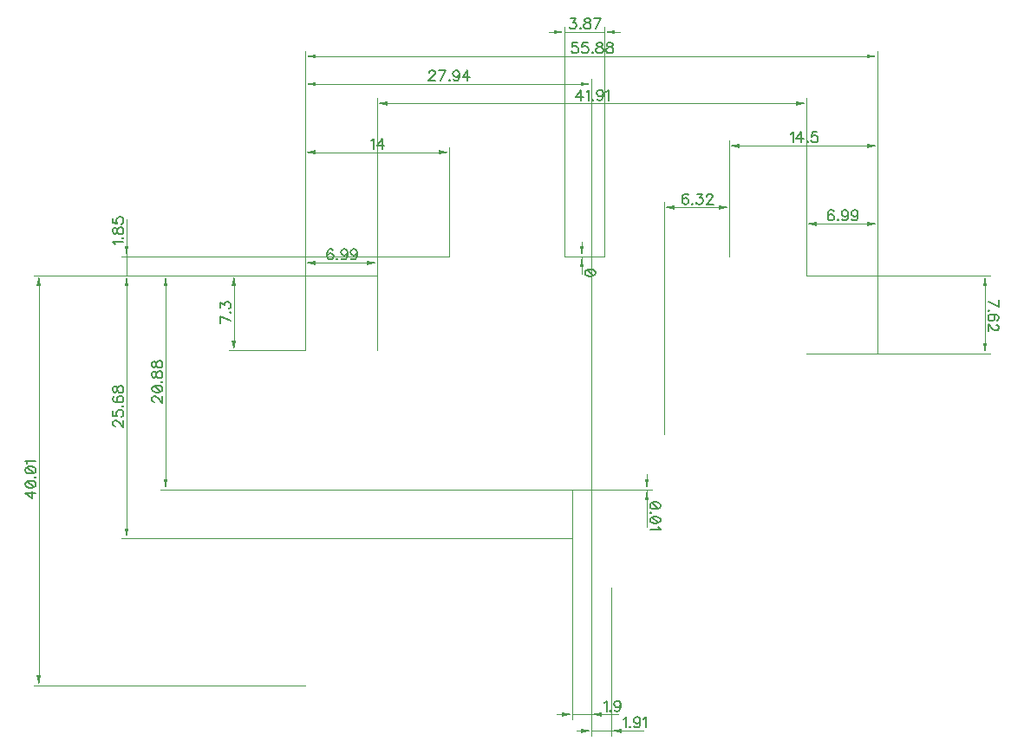
<source format=gbr>
G04 DipTrace 2.4.0.2*
%INTopDimension.gbr*%
%MOIN*%
%ADD13C,0.0014*%
%ADD98C,0.0062*%
%FSLAX44Y44*%
G04*
G70*
G90*
G75*
G01*
%LNTopDimension*%
%LPD*%
X6687Y19687D2*
D13*
X-3135D1*
X9448Y20416D2*
X-3135D1*
X-2938D2*
Y19687D1*
Y21006D2*
Y20809D1*
G36*
Y20416D2*
X-3017Y20809D1*
X-2859D1*
X-2938Y20416D1*
G37*
Y19096D2*
D13*
Y19293D1*
G36*
Y19687D2*
X-2859Y19293D1*
X-3017D1*
X-2938Y19687D1*
G37*
Y21850D2*
D13*
Y20416D1*
X13901D2*
X14759D1*
X15426Y20418D2*
X14365D1*
X14562D2*
Y20416D1*
Y21008D2*
Y20811D1*
G36*
Y20418D2*
X14483Y20811D1*
X14641D1*
X14562Y20418D1*
G37*
Y19825D2*
D13*
Y20022D1*
G36*
Y20416D2*
X14641Y20022D1*
X14483D1*
X14562Y20416D1*
G37*
Y19754D2*
D13*
Y20418D1*
X3937Y16812D2*
Y24634D1*
X9448Y20416D2*
Y24634D1*
X6692Y24437D2*
X4331D1*
G36*
X3937D2*
X4331Y24516D1*
Y24358D1*
X3937Y24437D1*
G37*
X6692D2*
D13*
X9054D1*
G36*
X9448D2*
X9054Y24358D1*
Y24516D1*
X9448Y24437D1*
G37*
X20230Y20418D2*
D13*
Y24884D1*
X25937Y16687D2*
Y24884D1*
X23083Y24687D2*
X20623D1*
G36*
X20230D2*
X20623Y24766D1*
Y24608D1*
X20230Y24687D1*
G37*
X23083D2*
D13*
X25543D1*
G36*
X25937D2*
X25543Y24608D1*
Y24766D1*
X25937Y24687D1*
G37*
X3937Y16812D2*
D13*
Y28324D1*
X25937Y16687D2*
Y28324D1*
X14937Y28127D2*
X4331D1*
G36*
X3937D2*
X4331Y28206D1*
Y28049D1*
X3937Y28127D1*
G37*
X14937D2*
D13*
X25543D1*
G36*
X25937D2*
X25543Y28049D1*
Y28206D1*
X25937Y28127D1*
G37*
X3937Y16812D2*
D13*
Y20384D1*
X6687Y16812D2*
Y20384D1*
X5312Y20187D2*
X4331D1*
G36*
X3937D2*
X4331Y20266D1*
Y20108D1*
X3937Y20187D1*
G37*
X5312D2*
D13*
X6293D1*
G36*
X6687D2*
X6293Y20108D1*
Y20266D1*
X6687Y20187D1*
G37*
Y19687D2*
D13*
X990D1*
X3937Y16812D2*
X990D1*
X1187Y18250D2*
Y19293D1*
G36*
Y19687D2*
X1266Y19293D1*
X1108D1*
X1187Y19687D1*
G37*
Y18250D2*
D13*
Y17206D1*
G36*
Y16812D2*
X1108Y17206D1*
X1266D1*
X1187Y16812D1*
G37*
X23187Y19687D2*
D13*
X30259D1*
X23187Y16687D2*
X30259D1*
X30062Y18187D2*
Y19293D1*
G36*
Y19687D2*
X30141Y19293D1*
X29983D1*
X30062Y19687D1*
G37*
Y18187D2*
D13*
Y17081D1*
G36*
Y16687D2*
X29983Y17081D1*
X30141D1*
X30062Y16687D1*
G37*
X23187Y19687D2*
D13*
Y21884D1*
X25937Y16687D2*
Y21884D1*
X24562Y21687D2*
X23581D1*
G36*
X23187D2*
X23581Y21766D1*
Y21608D1*
X23187Y21687D1*
G37*
X24562D2*
D13*
X25543D1*
G36*
X25937D2*
X25543Y21608D1*
Y21766D1*
X25937Y21687D1*
G37*
X6687Y19687D2*
D13*
X-6510D1*
X3937Y3937D2*
X-6510D1*
X-6313Y11812D2*
Y19293D1*
G36*
Y19687D2*
X-6234Y19293D1*
X-6392D1*
X-6313Y19687D1*
G37*
Y11812D2*
D13*
Y4331D1*
G36*
Y3937D2*
X-6392Y4331D1*
X-6234D1*
X-6313Y3937D1*
G37*
X3937Y16812D2*
D13*
Y27259D1*
X14937Y3937D2*
Y27259D1*
X9437Y27062D2*
X4331D1*
G36*
X3937D2*
X4331Y27141D1*
Y26983D1*
X3937Y27062D1*
G37*
X9437D2*
D13*
X14543D1*
G36*
X14937D2*
X14543Y26983D1*
Y27141D1*
X14937Y27062D1*
G37*
X14187Y11467D2*
D13*
Y2615D1*
X14937Y3937D2*
Y2615D1*
X14187Y2812D2*
X14937D1*
X13596D2*
X13793D1*
G36*
X14187D2*
X13793Y2733D1*
Y2891D1*
X14187Y2812D1*
G37*
X15528D2*
D13*
X15331D1*
G36*
X14937D2*
X15331Y2891D1*
Y2733D1*
X14937Y2812D1*
G37*
X15961D2*
D13*
X14937D1*
X15687Y7689D2*
Y1990D1*
X14937Y2812D2*
Y1990D1*
Y2187D2*
X15687D1*
X14346D2*
X14543D1*
G36*
X14937D2*
X14543Y2108D1*
Y2266D1*
X14937Y2187D1*
G37*
X16278D2*
D13*
X16081D1*
G36*
X15687D2*
X16081Y2266D1*
Y2108D1*
X15687Y2187D1*
G37*
X16931D2*
D13*
X15687D1*
X14187Y11467D2*
X17259D1*
X15687Y11469D2*
X17259D1*
X17062D2*
Y11467D1*
Y12059D2*
Y11862D1*
G36*
Y11469D2*
X16983Y11862D1*
X17141D1*
X17062Y11469D1*
G37*
Y10876D2*
D13*
Y11073D1*
G36*
Y11467D2*
X17141Y11073D1*
X16983D1*
X17062Y11467D1*
G37*
Y10032D2*
D13*
Y11469D1*
X6687Y19687D2*
X-1635D1*
X14187Y11467D2*
X-1635D1*
X-1438Y15577D2*
Y19293D1*
G36*
Y19687D2*
X-1359Y19293D1*
X-1517D1*
X-1438Y19687D1*
G37*
Y15577D2*
D13*
Y11860D1*
G36*
Y11467D2*
X-1517Y11860D1*
X-1359D1*
X-1438Y11467D1*
G37*
X6687Y19687D2*
D13*
X-3135D1*
X14187Y9577D2*
X-3135D1*
X-2938Y14632D2*
Y19293D1*
G36*
Y19687D2*
X-2859Y19293D1*
X-3017D1*
X-2938Y19687D1*
G37*
Y14632D2*
D13*
Y9970D1*
G36*
Y9577D2*
X-3017Y9970D1*
X-2859D1*
X-2938Y9577D1*
G37*
X13901Y20416D2*
D13*
Y29259D1*
X15426Y20418D2*
Y29259D1*
X13901Y29062D2*
X15426D1*
X13310D2*
X13507D1*
G36*
X13901D2*
X13507Y28983D1*
Y29141D1*
X13901Y29062D1*
G37*
X16016D2*
D13*
X15820D1*
G36*
X15426D2*
X15820Y29141D1*
Y28983D1*
X15426Y29062D1*
G37*
X17743Y13587D2*
D13*
Y22509D1*
X20230Y20418D2*
Y22509D1*
X18986Y22312D2*
X18137D1*
G36*
X17743D2*
X18137Y22391D1*
Y22233D1*
X17743Y22312D1*
G37*
X18986D2*
D13*
X19836D1*
G36*
X20230D2*
X19836Y22233D1*
Y22391D1*
X20230Y22312D1*
G37*
X23187Y19687D2*
D13*
Y26509D1*
X6687Y19687D2*
Y26509D1*
X14937Y26312D2*
X22793D1*
G36*
X23187D2*
X22793Y26233D1*
Y26391D1*
X23187Y26312D1*
G37*
X14937D2*
D13*
X7081D1*
G36*
X6687D2*
X7081Y26391D1*
Y26233D1*
X6687Y26312D1*
G37*
X-3385Y20902D2*
D98*
X-3405Y20941D1*
X-3462Y20998D1*
X-3060D1*
X-3099Y21141D2*
X-3079Y21122D1*
X-3060Y21141D1*
X-3079Y21160D1*
X-3099Y21141D1*
X-3462Y21379D2*
X-3443Y21322D1*
X-3405Y21303D1*
X-3366D1*
X-3328Y21322D1*
X-3309Y21360D1*
X-3290Y21437D1*
X-3271Y21494D1*
X-3232Y21532D1*
X-3194Y21551D1*
X-3137D1*
X-3099Y21532D1*
X-3079Y21513D1*
X-3060Y21456D1*
Y21379D1*
X-3079Y21322D1*
X-3099Y21303D1*
X-3137Y21284D1*
X-3194D1*
X-3232Y21303D1*
X-3271Y21341D1*
X-3290Y21398D1*
X-3309Y21475D1*
X-3328Y21513D1*
X-3366Y21532D1*
X-3405D1*
X-3443Y21513D1*
X-3462Y21456D1*
Y21379D1*
Y21904D2*
Y21713D1*
X-3290Y21694D1*
X-3309Y21713D1*
X-3328Y21770D1*
Y21828D1*
X-3309Y21885D1*
X-3271Y21923D1*
X-3213Y21942D1*
X-3175D1*
X-3118Y21923D1*
X-3079Y21885D1*
X-3060Y21828D1*
Y21770D1*
X-3079Y21713D1*
X-3099Y21694D1*
X-3137Y21675D1*
X15086Y19814D2*
X15067Y19872D1*
X15009Y19910D1*
X14914Y19929D1*
X14856D1*
X14761Y19910D1*
X14703Y19872D1*
X14684Y19814D1*
Y19776D1*
X14703Y19719D1*
X14761Y19681D1*
X14856Y19661D1*
X14914D1*
X15009Y19681D1*
X15067Y19719D1*
X15086Y19776D1*
Y19814D1*
X15009Y19681D2*
X14761Y19910D1*
X6470Y24884D2*
X6509Y24904D1*
X6566Y24961D1*
Y24559D1*
X6881D2*
Y24961D1*
X6690Y24693D1*
X6977D1*
X22584Y25134D2*
X22623Y25154D1*
X22680Y25211D1*
Y24809D1*
X22995D2*
Y25211D1*
X22804Y24943D1*
X23091D1*
X23233Y24848D2*
X23214Y24828D1*
X23233Y24809D1*
X23253Y24828D1*
X23233Y24848D1*
X23606Y25211D2*
X23415D1*
X23396Y25039D1*
X23415Y25058D1*
X23472Y25077D1*
X23529D1*
X23587Y25058D1*
X23625Y25020D1*
X23644Y24962D1*
Y24924D1*
X23625Y24867D1*
X23587Y24828D1*
X23529Y24809D1*
X23472D1*
X23415Y24828D1*
X23396Y24848D1*
X23376Y24886D1*
X14396Y28651D2*
X14205D1*
X14186Y28479D1*
X14205Y28498D1*
X14262Y28517D1*
X14319D1*
X14377Y28498D1*
X14415Y28460D1*
X14434Y28402D1*
Y28364D1*
X14415Y28307D1*
X14377Y28268D1*
X14319Y28249D1*
X14262D1*
X14205Y28268D1*
X14186Y28288D1*
X14166Y28326D1*
X14787Y28651D2*
X14596D1*
X14577Y28479D1*
X14596Y28498D1*
X14654Y28517D1*
X14711D1*
X14768Y28498D1*
X14807Y28460D1*
X14826Y28402D1*
Y28364D1*
X14807Y28307D1*
X14768Y28268D1*
X14711Y28249D1*
X14654D1*
X14596Y28268D1*
X14577Y28288D1*
X14558Y28326D1*
X14968Y28288D2*
X14949Y28268D1*
X14968Y28249D1*
X14988Y28268D1*
X14968Y28288D1*
X15207Y28651D2*
X15150Y28632D1*
X15130Y28594D1*
Y28555D1*
X15150Y28517D1*
X15188Y28498D1*
X15264Y28479D1*
X15322Y28460D1*
X15360Y28421D1*
X15379Y28383D1*
Y28326D1*
X15360Y28288D1*
X15341Y28268D1*
X15283Y28249D1*
X15207D1*
X15150Y28268D1*
X15130Y28288D1*
X15111Y28326D1*
Y28383D1*
X15130Y28421D1*
X15169Y28460D1*
X15226Y28479D1*
X15302Y28498D1*
X15341Y28517D1*
X15360Y28555D1*
Y28594D1*
X15341Y28632D1*
X15283Y28651D1*
X15207D1*
X15598D2*
X15541Y28632D1*
X15521Y28594D1*
Y28555D1*
X15541Y28517D1*
X15579Y28498D1*
X15655Y28479D1*
X15713Y28460D1*
X15751Y28421D1*
X15770Y28383D1*
Y28326D1*
X15751Y28288D1*
X15732Y28268D1*
X15674Y28249D1*
X15598D1*
X15541Y28268D1*
X15521Y28288D1*
X15502Y28326D1*
Y28383D1*
X15521Y28421D1*
X15560Y28460D1*
X15617Y28479D1*
X15693Y28498D1*
X15732Y28517D1*
X15751Y28555D1*
Y28594D1*
X15732Y28632D1*
X15674Y28651D1*
X15598D1*
X4995Y20654D2*
X4976Y20692D1*
X4918Y20711D1*
X4880D1*
X4823Y20692D1*
X4784Y20634D1*
X4765Y20539D1*
Y20443D1*
X4784Y20367D1*
X4823Y20328D1*
X4880Y20309D1*
X4899D1*
X4956Y20328D1*
X4995Y20367D1*
X5014Y20424D1*
Y20443D1*
X4995Y20501D1*
X4956Y20539D1*
X4899Y20558D1*
X4880D1*
X4823Y20539D1*
X4784Y20501D1*
X4765Y20443D1*
X5156Y20348D2*
X5137Y20328D1*
X5156Y20309D1*
X5176Y20328D1*
X5156Y20348D1*
X5548Y20577D2*
X5529Y20520D1*
X5491Y20481D1*
X5433Y20462D1*
X5414D1*
X5357Y20481D1*
X5319Y20520D1*
X5299Y20577D1*
Y20596D1*
X5319Y20654D1*
X5357Y20692D1*
X5414Y20711D1*
X5433D1*
X5491Y20692D1*
X5529Y20654D1*
X5548Y20577D1*
Y20481D1*
X5529Y20386D1*
X5491Y20328D1*
X5433Y20309D1*
X5395D1*
X5338Y20328D1*
X5319Y20367D1*
X5921Y20577D2*
X5901Y20520D1*
X5863Y20481D1*
X5806Y20462D1*
X5787D1*
X5729Y20481D1*
X5691Y20520D1*
X5672Y20577D1*
Y20596D1*
X5691Y20654D1*
X5729Y20692D1*
X5787Y20711D1*
X5806D1*
X5863Y20692D1*
X5901Y20654D1*
X5921Y20577D1*
Y20481D1*
X5901Y20386D1*
X5863Y20328D1*
X5806Y20309D1*
X5768D1*
X5710Y20328D1*
X5691Y20367D1*
X1065Y17946D2*
X663Y18138D1*
Y17870D1*
X1026Y18280D2*
X1046Y18261D1*
X1065Y18280D1*
X1046Y18300D1*
X1026Y18280D1*
X663Y18462D2*
Y18672D1*
X816Y18557D1*
Y18615D1*
X835Y18653D1*
X854Y18672D1*
X912Y18691D1*
X950D1*
X1007Y18672D1*
X1046Y18634D1*
X1065Y18576D1*
Y18519D1*
X1046Y18462D1*
X1026Y18443D1*
X988Y18423D1*
X30184Y18676D2*
X30586Y18485D1*
Y18753D1*
X30223Y18342D2*
X30203Y18361D1*
X30184Y18342D1*
X30203Y18323D1*
X30223Y18342D1*
X30529Y17970D2*
X30567Y17989D1*
X30586Y18046D1*
Y18084D1*
X30567Y18142D1*
X30509Y18180D1*
X30414Y18199D1*
X30318D1*
X30242Y18180D1*
X30203Y18142D1*
X30184Y18084D1*
Y18065D1*
X30203Y18008D1*
X30242Y17970D1*
X30299Y17951D1*
X30318D1*
X30376Y17970D1*
X30414Y18008D1*
X30433Y18065D1*
Y18084D1*
X30414Y18142D1*
X30376Y18180D1*
X30318Y18199D1*
X30490Y17808D2*
X30509D1*
X30548Y17789D1*
X30567Y17770D1*
X30586Y17731D1*
Y17655D1*
X30567Y17617D1*
X30548Y17598D1*
X30509Y17578D1*
X30471D1*
X30433Y17598D1*
X30376Y17636D1*
X30184Y17827D1*
Y17559D1*
X24245Y22154D2*
X24226Y22192D1*
X24168Y22211D1*
X24130D1*
X24073Y22192D1*
X24034Y22134D1*
X24015Y22039D1*
Y21943D1*
X24034Y21867D1*
X24073Y21828D1*
X24130Y21809D1*
X24149D1*
X24206Y21828D1*
X24245Y21867D1*
X24264Y21924D1*
Y21943D1*
X24245Y22001D1*
X24206Y22039D1*
X24149Y22058D1*
X24130D1*
X24073Y22039D1*
X24034Y22001D1*
X24015Y21943D1*
X24406Y21848D2*
X24387Y21828D1*
X24406Y21809D1*
X24426Y21828D1*
X24406Y21848D1*
X24798Y22077D2*
X24779Y22020D1*
X24741Y21981D1*
X24683Y21962D1*
X24664D1*
X24607Y21981D1*
X24569Y22020D1*
X24549Y22077D1*
Y22096D1*
X24569Y22154D1*
X24607Y22192D1*
X24664Y22211D1*
X24683D1*
X24741Y22192D1*
X24779Y22154D1*
X24798Y22077D1*
Y21981D1*
X24779Y21886D1*
X24741Y21828D1*
X24683Y21809D1*
X24645D1*
X24588Y21828D1*
X24569Y21867D1*
X25171Y22077D2*
X25151Y22020D1*
X25113Y21981D1*
X25056Y21962D1*
X25037D1*
X24979Y21981D1*
X24941Y22020D1*
X24922Y22077D1*
Y22096D1*
X24941Y22154D1*
X24979Y22192D1*
X25037Y22211D1*
X25056D1*
X25113Y22192D1*
X25151Y22154D1*
X25171Y22077D1*
Y21981D1*
X25151Y21886D1*
X25113Y21828D1*
X25056Y21809D1*
X25018D1*
X24960Y21828D1*
X24941Y21867D1*
X-6435Y11309D2*
X-6837D1*
X-6569Y11117D1*
Y11404D1*
X-6837Y11643D2*
X-6818Y11585D1*
X-6760Y11547D1*
X-6665Y11528D1*
X-6607D1*
X-6512Y11547D1*
X-6454Y11585D1*
X-6435Y11643D1*
Y11681D1*
X-6454Y11738D1*
X-6512Y11776D1*
X-6607Y11796D1*
X-6665D1*
X-6760Y11776D1*
X-6818Y11738D1*
X-6837Y11681D1*
Y11643D1*
X-6760Y11776D2*
X-6512Y11547D1*
X-6474Y11938D2*
X-6454Y11919D1*
X-6435Y11938D1*
X-6454Y11958D1*
X-6474Y11938D1*
X-6837Y12196D2*
X-6818Y12139D1*
X-6760Y12100D1*
X-6665Y12081D1*
X-6607D1*
X-6512Y12100D1*
X-6454Y12139D1*
X-6435Y12196D1*
Y12234D1*
X-6454Y12292D1*
X-6512Y12330D1*
X-6607Y12349D1*
X-6665D1*
X-6760Y12330D1*
X-6818Y12292D1*
X-6837Y12234D1*
Y12196D1*
X-6760Y12330D2*
X-6512Y12100D1*
X-6760Y12473D2*
X-6780Y12511D1*
X-6837Y12569D1*
X-6435D1*
X8685Y27490D2*
Y27509D1*
X8704Y27548D1*
X8723Y27567D1*
X8762Y27586D1*
X8838D1*
X8876Y27567D1*
X8895Y27548D1*
X8915Y27509D1*
Y27471D1*
X8895Y27433D1*
X8857Y27376D1*
X8666Y27184D1*
X8934D1*
X9134D2*
X9325Y27586D1*
X9057D1*
X9468Y27223D2*
X9449Y27203D1*
X9468Y27184D1*
X9487Y27203D1*
X9468Y27223D1*
X9860Y27452D2*
X9840Y27395D1*
X9802Y27356D1*
X9745Y27337D1*
X9726D1*
X9668Y27356D1*
X9630Y27395D1*
X9611Y27452D1*
Y27471D1*
X9630Y27529D1*
X9668Y27567D1*
X9726Y27586D1*
X9745D1*
X9802Y27567D1*
X9840Y27529D1*
X9860Y27452D1*
Y27356D1*
X9840Y27261D1*
X9802Y27203D1*
X9745Y27184D1*
X9707D1*
X9649Y27203D1*
X9630Y27242D1*
X10175Y27184D2*
Y27586D1*
X9983Y27318D1*
X10270D1*
X15423Y3259D2*
X15462Y3279D1*
X15519Y3336D1*
Y2934D1*
X15662Y2973D2*
X15643Y2953D1*
X15662Y2934D1*
X15681Y2953D1*
X15662Y2973D1*
X16054Y3202D2*
X16034Y3145D1*
X15996Y3106D1*
X15939Y3087D1*
X15920D1*
X15862Y3106D1*
X15824Y3145D1*
X15805Y3202D1*
Y3221D1*
X15824Y3279D1*
X15862Y3317D1*
X15920Y3336D1*
X15939D1*
X15996Y3317D1*
X16034Y3279D1*
X16054Y3202D1*
Y3106D1*
X16034Y3011D1*
X15996Y2953D1*
X15939Y2934D1*
X15901D1*
X15843Y2953D1*
X15824Y2992D1*
X16173Y2634D2*
X16212Y2654D1*
X16269Y2711D1*
Y2309D1*
X16412Y2348D2*
X16393Y2328D1*
X16412Y2309D1*
X16431Y2328D1*
X16412Y2348D1*
X16804Y2577D2*
X16784Y2520D1*
X16746Y2481D1*
X16689Y2462D1*
X16670D1*
X16612Y2481D1*
X16574Y2520D1*
X16555Y2577D1*
Y2596D1*
X16574Y2654D1*
X16612Y2692D1*
X16670Y2711D1*
X16689D1*
X16746Y2692D1*
X16784Y2654D1*
X16804Y2577D1*
Y2481D1*
X16784Y2386D1*
X16746Y2328D1*
X16689Y2309D1*
X16651D1*
X16593Y2328D1*
X16574Y2367D1*
X16927Y2634D2*
X16966Y2654D1*
X17023Y2711D1*
Y2309D1*
X17586Y10865D2*
X17567Y10923D1*
X17509Y10961D1*
X17414Y10980D1*
X17356D1*
X17261Y10961D1*
X17203Y10923D1*
X17184Y10865D1*
Y10827D1*
X17203Y10770D1*
X17261Y10732D1*
X17356Y10712D1*
X17414D1*
X17509Y10732D1*
X17567Y10770D1*
X17586Y10827D1*
Y10865D1*
X17509Y10732D2*
X17261Y10961D1*
X17223Y10570D2*
X17203Y10589D1*
X17184Y10570D1*
X17203Y10550D1*
X17223Y10570D1*
X17586Y10312D2*
X17567Y10369D1*
X17509Y10408D1*
X17414Y10427D1*
X17356D1*
X17261Y10408D1*
X17203Y10369D1*
X17184Y10312D1*
Y10274D1*
X17203Y10216D1*
X17261Y10178D1*
X17356Y10159D1*
X17414D1*
X17509Y10178D1*
X17567Y10216D1*
X17586Y10274D1*
Y10312D1*
X17509Y10178D2*
X17261Y10408D1*
X17509Y10035D2*
X17529Y9997D1*
X17586Y9939D1*
X17184D1*
X-1866Y14825D2*
X-1885D1*
X-1924Y14844D1*
X-1943Y14863D1*
X-1962Y14902D1*
Y14978D1*
X-1943Y15016D1*
X-1924Y15035D1*
X-1885Y15055D1*
X-1847D1*
X-1809Y15035D1*
X-1752Y14997D1*
X-1560Y14806D1*
Y15074D1*
X-1962Y15312D2*
X-1943Y15255D1*
X-1885Y15216D1*
X-1790Y15197D1*
X-1732D1*
X-1637Y15216D1*
X-1579Y15255D1*
X-1560Y15312D1*
Y15350D1*
X-1579Y15408D1*
X-1637Y15446D1*
X-1732Y15465D1*
X-1790D1*
X-1885Y15446D1*
X-1943Y15408D1*
X-1962Y15350D1*
Y15312D1*
X-1885Y15446D2*
X-1637Y15216D1*
X-1599Y15608D2*
X-1579Y15589D1*
X-1560Y15608D1*
X-1579Y15627D1*
X-1599Y15608D1*
X-1962Y15846D2*
X-1943Y15789D1*
X-1905Y15770D1*
X-1866D1*
X-1828Y15789D1*
X-1809Y15827D1*
X-1790Y15904D1*
X-1771Y15961D1*
X-1732Y15999D1*
X-1694Y16018D1*
X-1637D1*
X-1599Y15999D1*
X-1579Y15980D1*
X-1560Y15923D1*
Y15846D1*
X-1579Y15789D1*
X-1599Y15770D1*
X-1637Y15751D1*
X-1694D1*
X-1732Y15770D1*
X-1771Y15808D1*
X-1790Y15865D1*
X-1809Y15942D1*
X-1828Y15980D1*
X-1866Y15999D1*
X-1905D1*
X-1943Y15980D1*
X-1962Y15923D1*
Y15846D1*
Y16237D2*
X-1943Y16180D1*
X-1905Y16161D1*
X-1866D1*
X-1828Y16180D1*
X-1809Y16218D1*
X-1790Y16295D1*
X-1771Y16352D1*
X-1732Y16390D1*
X-1694Y16409D1*
X-1637D1*
X-1599Y16390D1*
X-1579Y16371D1*
X-1560Y16314D1*
Y16237D1*
X-1579Y16180D1*
X-1599Y16161D1*
X-1637Y16142D1*
X-1694D1*
X-1732Y16161D1*
X-1771Y16199D1*
X-1790Y16256D1*
X-1809Y16333D1*
X-1828Y16371D1*
X-1866Y16390D1*
X-1905D1*
X-1943Y16371D1*
X-1962Y16314D1*
Y16237D1*
X-3366Y13890D2*
X-3385D1*
X-3424Y13909D1*
X-3443Y13928D1*
X-3462Y13967D1*
Y14043D1*
X-3443Y14081D1*
X-3424Y14100D1*
X-3385Y14119D1*
X-3347D1*
X-3309Y14100D1*
X-3252Y14062D1*
X-3060Y13871D1*
Y14139D1*
X-3462Y14492D2*
Y14300D1*
X-3290Y14281D1*
X-3309Y14300D1*
X-3328Y14358D1*
Y14415D1*
X-3309Y14472D1*
X-3271Y14511D1*
X-3213Y14530D1*
X-3175D1*
X-3118Y14511D1*
X-3079Y14472D1*
X-3060Y14415D1*
Y14358D1*
X-3079Y14300D1*
X-3099Y14281D1*
X-3137Y14262D1*
X-3099Y14672D2*
X-3079Y14653D1*
X-3060Y14672D1*
X-3079Y14692D1*
X-3099Y14672D1*
X-3405Y15045D2*
X-3443Y15026D1*
X-3462Y14968D1*
Y14930D1*
X-3443Y14873D1*
X-3385Y14834D1*
X-3290Y14815D1*
X-3194D1*
X-3118Y14834D1*
X-3079Y14873D1*
X-3060Y14930D1*
Y14949D1*
X-3079Y15006D1*
X-3118Y15045D1*
X-3175Y15064D1*
X-3194D1*
X-3252Y15045D1*
X-3290Y15006D1*
X-3309Y14949D1*
Y14930D1*
X-3290Y14873D1*
X-3252Y14834D1*
X-3194Y14815D1*
X-3462Y15283D2*
X-3443Y15226D1*
X-3405Y15206D1*
X-3366D1*
X-3328Y15226D1*
X-3309Y15264D1*
X-3290Y15340D1*
X-3271Y15398D1*
X-3232Y15436D1*
X-3194Y15455D1*
X-3137D1*
X-3099Y15436D1*
X-3079Y15417D1*
X-3060Y15359D1*
Y15283D1*
X-3079Y15226D1*
X-3099Y15206D1*
X-3137Y15187D1*
X-3194D1*
X-3232Y15206D1*
X-3271Y15245D1*
X-3290Y15302D1*
X-3309Y15378D1*
X-3328Y15417D1*
X-3366Y15436D1*
X-3405D1*
X-3443Y15417D1*
X-3462Y15359D1*
Y15283D1*
X14126Y29586D2*
X14336D1*
X14222Y29433D1*
X14279D1*
X14317Y29414D1*
X14336Y29395D1*
X14356Y29337D1*
Y29299D1*
X14336Y29242D1*
X14298Y29203D1*
X14241Y29184D1*
X14183D1*
X14126Y29203D1*
X14107Y29223D1*
X14088Y29261D1*
X14498Y29223D2*
X14479Y29203D1*
X14498Y29184D1*
X14518Y29203D1*
X14498Y29223D1*
X14737Y29586D2*
X14680Y29567D1*
X14660Y29529D1*
Y29490D1*
X14680Y29452D1*
X14718Y29433D1*
X14794Y29414D1*
X14852Y29395D1*
X14890Y29356D1*
X14909Y29318D1*
Y29261D1*
X14890Y29223D1*
X14871Y29203D1*
X14813Y29184D1*
X14737D1*
X14680Y29203D1*
X14660Y29223D1*
X14641Y29261D1*
Y29318D1*
X14660Y29356D1*
X14699Y29395D1*
X14756Y29414D1*
X14832Y29433D1*
X14871Y29452D1*
X14890Y29490D1*
Y29529D1*
X14871Y29567D1*
X14813Y29586D1*
X14737D1*
X15109Y29184D2*
X15300Y29586D1*
X15032D1*
X18650Y22779D2*
X18631Y22817D1*
X18573Y22836D1*
X18535D1*
X18478Y22817D1*
X18439Y22759D1*
X18420Y22664D1*
Y22568D1*
X18439Y22492D1*
X18478Y22453D1*
X18535Y22434D1*
X18554D1*
X18611Y22453D1*
X18650Y22492D1*
X18669Y22549D1*
Y22568D1*
X18650Y22626D1*
X18611Y22664D1*
X18554Y22683D1*
X18535D1*
X18478Y22664D1*
X18439Y22626D1*
X18420Y22568D1*
X18811Y22473D2*
X18792Y22453D1*
X18811Y22434D1*
X18831Y22453D1*
X18811Y22473D1*
X18993Y22836D2*
X19203D1*
X19088Y22683D1*
X19146D1*
X19184Y22664D1*
X19203Y22645D1*
X19222Y22587D1*
Y22549D1*
X19203Y22492D1*
X19165Y22453D1*
X19107Y22434D1*
X19050D1*
X18993Y22453D1*
X18974Y22473D1*
X18954Y22511D1*
X19365Y22740D2*
Y22759D1*
X19384Y22798D1*
X19403Y22817D1*
X19442Y22836D1*
X19518D1*
X19556Y22817D1*
X19575Y22798D1*
X19595Y22759D1*
Y22721D1*
X19575Y22683D1*
X19537Y22626D1*
X19346Y22434D1*
X19614D1*
X14529Y26434D2*
Y26836D1*
X14338Y26568D1*
X14625D1*
X14748Y26759D2*
X14787Y26779D1*
X14844Y26836D1*
Y26434D1*
X14987Y26473D2*
X14968Y26453D1*
X14987Y26434D1*
X15006Y26453D1*
X14987Y26473D1*
X15379Y26702D2*
X15359Y26645D1*
X15321Y26606D1*
X15264Y26587D1*
X15245D1*
X15187Y26606D1*
X15149Y26645D1*
X15130Y26702D1*
Y26721D1*
X15149Y26779D1*
X15187Y26817D1*
X15245Y26836D1*
X15264D1*
X15321Y26817D1*
X15359Y26779D1*
X15379Y26702D1*
Y26606D1*
X15359Y26511D1*
X15321Y26453D1*
X15264Y26434D1*
X15226D1*
X15168Y26453D1*
X15149Y26492D1*
X15502Y26759D2*
X15541Y26779D1*
X15598Y26836D1*
Y26434D1*
M02*

</source>
